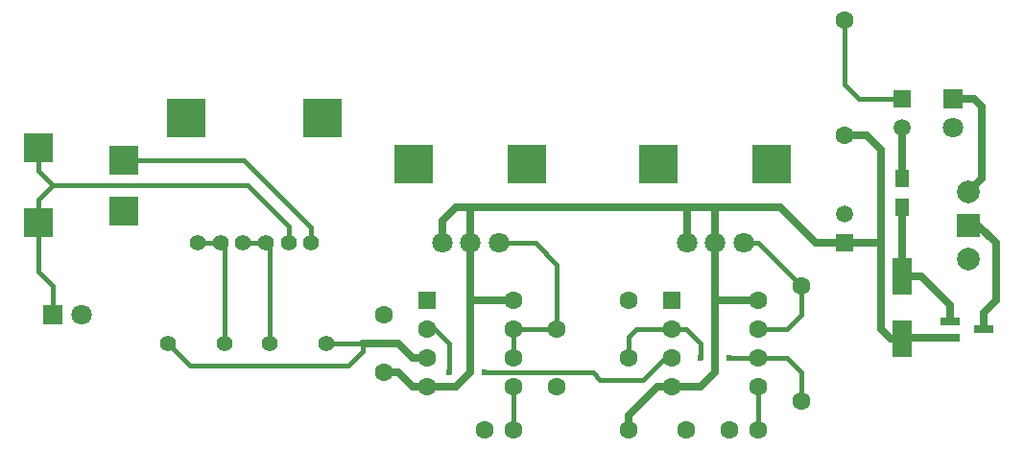
<source format=gtl>
G04 #@! TF.FileFunction,Copper,L1,Top,Signal*
%FSLAX46Y46*%
G04 Gerber Fmt 4.6, Leading zero omitted, Abs format (unit mm)*
G04 Created by KiCad (PCBNEW 4.0.6) date Mon Jul 17 14:07:17 2017*
%MOMM*%
%LPD*%
G01*
G04 APERTURE LIST*
%ADD10C,0.100000*%
%ADD11C,1.500000*%
%ADD12R,1.500000X1.500000*%
%ADD13C,1.600000*%
%ADD14C,1.400000*%
%ADD15R,1.699260X3.299460*%
%ADD16R,1.800000X1.800000*%
%ADD17C,1.800000*%
%ADD18R,2.500000X2.500000*%
%ADD19R,1.800860X0.800100*%
%ADD20R,1.198880X1.501140*%
%ADD21R,2.000000X2.000000*%
%ADD22C,2.000000*%
%ADD23R,1.600000X1.600000*%
%ADD24R,3.500000X3.500000*%
%ADD25C,0.600000*%
%ADD26C,0.635000*%
%ADD27C,0.381000*%
G04 APERTURE END LIST*
D10*
D11*
X118110000Y-96520000D03*
D12*
X118110000Y-99060000D03*
D13*
X99060000Y-109220000D03*
X99060000Y-104140000D03*
X110490000Y-115570000D03*
X107950000Y-115570000D03*
X99060000Y-115570000D03*
X104140000Y-115570000D03*
X92710000Y-106680000D03*
X92710000Y-111760000D03*
X88900000Y-115570000D03*
X86360000Y-115570000D03*
X77470000Y-110490000D03*
X77470000Y-105410000D03*
D14*
X72390000Y-107950000D03*
X67390000Y-107950000D03*
X58420000Y-107950000D03*
X63420000Y-107950000D03*
D15*
X123190000Y-102024180D03*
X123190000Y-107525820D03*
D11*
X123190000Y-88900000D03*
D12*
X123190000Y-86360000D03*
D16*
X127635000Y-86360000D03*
D17*
X127635000Y-88900000D03*
D16*
X48260000Y-105410000D03*
D17*
X50800000Y-105410000D03*
D18*
X54490000Y-91730000D03*
X54490000Y-96230000D03*
X46990000Y-97280000D03*
X46990000Y-90680000D03*
D19*
X127403860Y-105978960D03*
X127403860Y-107381040D03*
X130406140Y-106680000D03*
D20*
X123190000Y-95915480D03*
X123190000Y-93314520D03*
D13*
X118110000Y-89535000D03*
X118110000Y-79375000D03*
X114300000Y-113030000D03*
X114300000Y-102870000D03*
D21*
X129000000Y-97500000D03*
D22*
X129000000Y-100500000D03*
X129000000Y-94500000D03*
D23*
X102870000Y-104140000D03*
D13*
X102870000Y-106680000D03*
X102870000Y-109220000D03*
X102870000Y-111760000D03*
X110490000Y-111760000D03*
X110490000Y-109220000D03*
X110490000Y-106680000D03*
X110490000Y-104140000D03*
D23*
X81280000Y-104140000D03*
D13*
X81280000Y-106680000D03*
X81280000Y-109220000D03*
X81280000Y-111760000D03*
X88900000Y-111760000D03*
X88900000Y-109220000D03*
X88900000Y-106680000D03*
X88900000Y-104140000D03*
D24*
X101680000Y-92060000D03*
D17*
X104180000Y-99060000D03*
X109180000Y-99060000D03*
X106680000Y-99060000D03*
D24*
X111680000Y-92060000D03*
X80090000Y-92060000D03*
D17*
X82590000Y-99060000D03*
X87590000Y-99060000D03*
X85090000Y-99060000D03*
D24*
X90090000Y-92060000D03*
X60040000Y-88060000D03*
D14*
X67040000Y-99060000D03*
X65040000Y-99060000D03*
X69040000Y-99060000D03*
X63040000Y-99060000D03*
X61040000Y-99060000D03*
X71040000Y-99060000D03*
D24*
X72040000Y-88060000D03*
D25*
X105410000Y-109220000D03*
X107950000Y-109220000D03*
X83185000Y-110490000D03*
X86360000Y-110490000D03*
D26*
X123190000Y-93314520D02*
X123190000Y-88900000D01*
X81280000Y-111760000D02*
X80010000Y-111760000D01*
X78740000Y-110490000D02*
X77470000Y-110490000D01*
X80010000Y-111760000D02*
X78740000Y-110490000D01*
X102870000Y-111760000D02*
X101600000Y-111760000D01*
X99060000Y-114300000D02*
X99060000Y-115570000D01*
X101600000Y-111760000D02*
X99060000Y-114300000D01*
X110490000Y-104140000D02*
X106680000Y-104140000D01*
X106680000Y-104140000D02*
X106680000Y-104775000D01*
X106680000Y-99060000D02*
X106680000Y-104775000D01*
X106680000Y-104775000D02*
X106680000Y-110490000D01*
X105410000Y-111760000D02*
X102870000Y-111760000D01*
X106680000Y-110490000D02*
X105410000Y-111760000D01*
X85090000Y-104140000D02*
X86995000Y-104140000D01*
X86995000Y-104140000D02*
X88900000Y-104140000D01*
X85090000Y-99060000D02*
X85090000Y-104140000D01*
X85090000Y-104140000D02*
X85090000Y-106045000D01*
X85090000Y-106045000D02*
X85090000Y-110490000D01*
X85090000Y-110490000D02*
X83820000Y-111760000D01*
X83820000Y-111760000D02*
X81280000Y-111760000D01*
X85090000Y-99060000D02*
X85090000Y-95885000D01*
X104180000Y-99060000D02*
X104180000Y-95885000D01*
X104180000Y-95885000D02*
X104140000Y-95885000D01*
X106680000Y-99060000D02*
X106680000Y-95885000D01*
X82590000Y-99060000D02*
X82590000Y-97115000D01*
X115570000Y-99060000D02*
X118110000Y-99060000D01*
X112395000Y-95885000D02*
X115570000Y-99060000D01*
X83820000Y-95885000D02*
X85090000Y-95885000D01*
X85090000Y-95885000D02*
X104140000Y-95885000D01*
X104140000Y-95885000D02*
X106680000Y-95885000D01*
X106680000Y-95885000D02*
X112395000Y-95885000D01*
X82590000Y-97115000D02*
X83820000Y-95885000D01*
X118110000Y-99060000D02*
X121285000Y-99060000D01*
X118110000Y-89535000D02*
X120015000Y-89535000D01*
X122130820Y-107525820D02*
X123190000Y-107525820D01*
X121285000Y-106680000D02*
X122130820Y-107525820D01*
X121285000Y-90805000D02*
X121285000Y-99060000D01*
X121285000Y-99060000D02*
X121285000Y-106680000D01*
X120015000Y-89535000D02*
X121285000Y-90805000D01*
X127403860Y-107381040D02*
X123334780Y-107381040D01*
X123334780Y-107381040D02*
X123190000Y-107525820D01*
D27*
X110490000Y-109220000D02*
X107950000Y-109220000D01*
X104140000Y-106680000D02*
X102870000Y-106680000D01*
X105410000Y-107950000D02*
X104140000Y-106680000D01*
X105410000Y-109220000D02*
X105410000Y-107950000D01*
X110490000Y-109220000D02*
X113030000Y-109220000D01*
X114300000Y-110490000D02*
X114300000Y-113030000D01*
X113030000Y-109220000D02*
X114300000Y-110490000D01*
X102870000Y-106680000D02*
X99695000Y-106680000D01*
X99695000Y-106680000D02*
X99060000Y-107315000D01*
X99060000Y-107315000D02*
X99060000Y-109220000D01*
X110490000Y-115570000D02*
X110490000Y-111760000D01*
X88900000Y-109220000D02*
X88900000Y-106680000D01*
X87590000Y-99060000D02*
X90805000Y-99060000D01*
X92710000Y-100965000D02*
X92710000Y-106680000D01*
X90805000Y-99060000D02*
X92710000Y-100965000D01*
X92710000Y-106680000D02*
X88900000Y-106680000D01*
X88900000Y-111760000D02*
X88900000Y-115570000D01*
X75565000Y-107950000D02*
X75565000Y-108585000D01*
X60325000Y-109855000D02*
X58420000Y-107950000D01*
X74295000Y-109855000D02*
X60325000Y-109855000D01*
X75565000Y-108585000D02*
X74295000Y-109855000D01*
X72390000Y-107950000D02*
X75565000Y-107950000D01*
D26*
X75565000Y-107950000D02*
X78740000Y-107950000D01*
X78740000Y-107950000D02*
X80010000Y-109220000D01*
X80010000Y-109220000D02*
X81280000Y-109220000D01*
D27*
X67040000Y-99060000D02*
X65040000Y-99060000D01*
X67390000Y-107950000D02*
X67390000Y-99410000D01*
X67390000Y-99410000D02*
X67040000Y-99060000D01*
X63040000Y-99060000D02*
X61040000Y-99060000D01*
X63420000Y-107950000D02*
X63420000Y-99440000D01*
X63420000Y-99440000D02*
X63040000Y-99060000D01*
D26*
X127403860Y-105978960D02*
X127403860Y-104543860D01*
X124884180Y-102024180D02*
X123190000Y-102024180D01*
X127403860Y-104543860D02*
X124884180Y-102024180D01*
X123190000Y-95915480D02*
X123190000Y-102024180D01*
D27*
X118110000Y-79375000D02*
X118110000Y-85090000D01*
X119380000Y-86360000D02*
X123190000Y-86360000D01*
X118110000Y-85090000D02*
X119380000Y-86360000D01*
D26*
X127635000Y-86360000D02*
X129540000Y-86360000D01*
X130175000Y-93325000D02*
X129000000Y-94500000D01*
X130175000Y-86995000D02*
X130175000Y-93325000D01*
X129540000Y-86360000D02*
X130175000Y-86995000D01*
D27*
X46990000Y-97280000D02*
X46990000Y-101600000D01*
X48260000Y-102870000D02*
X48260000Y-105410000D01*
X46990000Y-101600000D02*
X48260000Y-102870000D01*
X48260000Y-93980000D02*
X46990000Y-95250000D01*
X46990000Y-95250000D02*
X46990000Y-97280000D01*
X69040000Y-99060000D02*
X69040000Y-97615000D01*
X46990000Y-92710000D02*
X46990000Y-90680000D01*
X48260000Y-93980000D02*
X46990000Y-92710000D01*
X65405000Y-93980000D02*
X48260000Y-93980000D01*
X69040000Y-97615000D02*
X65405000Y-93980000D01*
X54490000Y-91730000D02*
X65060000Y-91730000D01*
X71040000Y-97710000D02*
X71040000Y-99060000D01*
X65060000Y-91730000D02*
X71040000Y-97710000D01*
D26*
X129000000Y-97500000D02*
X129885000Y-97500000D01*
X129885000Y-97500000D02*
X131445000Y-99060000D01*
X131445000Y-99060000D02*
X131445000Y-104140000D01*
X131445000Y-104140000D02*
X130406140Y-105178860D01*
X130406140Y-105178860D02*
X130406140Y-106680000D01*
D27*
X114300000Y-102870000D02*
X114300000Y-105410000D01*
X113030000Y-106680000D02*
X110490000Y-106680000D01*
X114300000Y-105410000D02*
X113030000Y-106680000D01*
X109180000Y-99060000D02*
X110490000Y-99060000D01*
X110490000Y-99060000D02*
X114300000Y-102870000D01*
X102870000Y-109220000D02*
X102235000Y-109220000D01*
X83185000Y-107950000D02*
X81915000Y-106680000D01*
X83185000Y-110490000D02*
X83185000Y-107950000D01*
X95885000Y-110490000D02*
X86360000Y-110490000D01*
X96520000Y-111125000D02*
X95885000Y-110490000D01*
X100330000Y-111125000D02*
X96520000Y-111125000D01*
X102235000Y-109220000D02*
X100330000Y-111125000D01*
X81915000Y-106680000D02*
X81280000Y-106680000D01*
M02*

</source>
